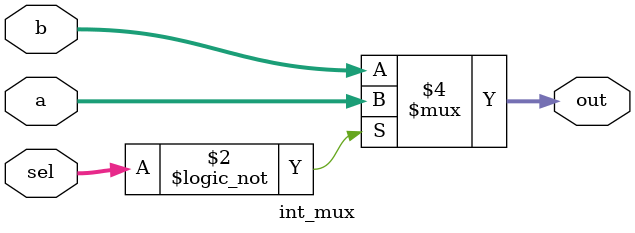
<source format=sv>
module int_mux(
    input int a,
    input int b,
    input int sel,
    output int out
);

always_comb begin
    if (sel == 0) begin
        out = a;
    end else begin
        out = b;
    end
end


endmodule : int_mux

</source>
